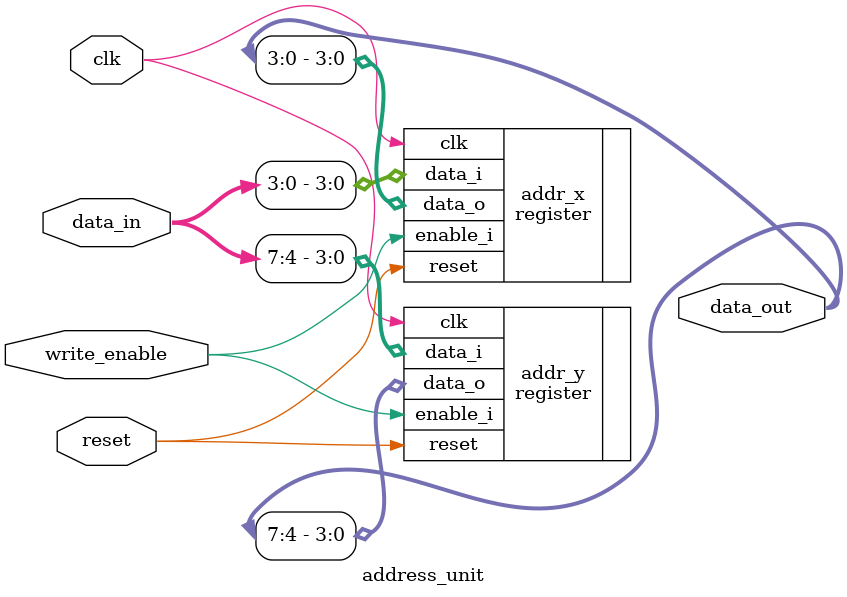
<source format=sv>
module address_unit(
	input clk,
	input reset,
	input write_enable,
	input [7:0] data_in,
	output logic [7:0] data_out
);

	register  #(.BITS(4)) addr_x(
		//input
		.clk(clk),
		.reset(reset),
		.enable_i(write_enable),
		.data_i(data_in[3:0]),
		//out
		.data_o(data_out[3:0])
	);

	register  #(.BITS(4)) addr_y(
		//input
		.clk(clk),
		.reset(reset),
		.enable_i(write_enable),
		.data_i(data_in[7:4]),
		//out
		.data_o(data_out[7:4])
	);
endmodule

</source>
